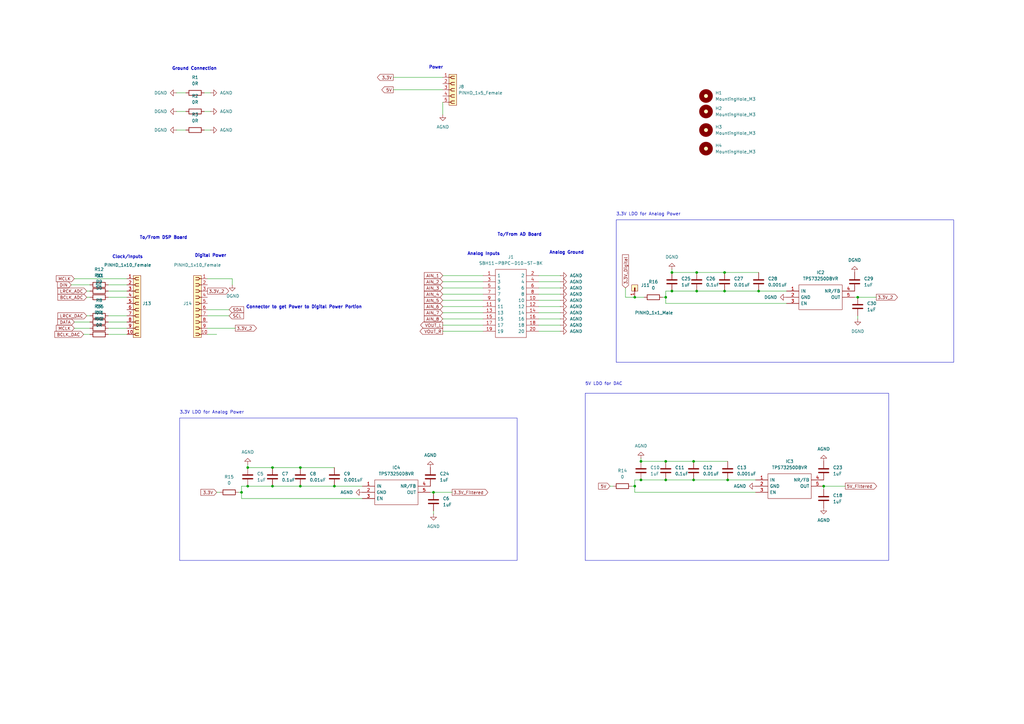
<source format=kicad_sch>
(kicad_sch (version 20231120) (generator "eeschema") (generator_version "8.0")
  (paper "A3")
  (title_block (company "Michael Meyers"))
  (lib_symbols
    (symbol "Device:C" (pin_numbers hide) (pin_names (offset 0.254))
      (property "Reference" "C" (at 0.635 2.54 0))
      (property "Value" "C" (at 0.635 -2.54 0))
      (symbol "C_0_1"
        (polyline (pts (xy -2.032 -0.762) (xy 2.032 -0.762)) (stroke (width 0.508)))
        (polyline (pts (xy -2.032 0.762) (xy 2.032 0.762)) (stroke (width 0.508)))
      )
      (symbol "C_1_1"
        (pin passive line (at 0 3.81 270) (length 2.794) (name "~") (number "1"))
        (pin passive line (at 0 -3.81 90) (length 2.794) (name "~") (number "2"))
      )
    )
    (symbol "Device:R" (pin_numbers hide) (pin_names (offset 0))
      (property "Reference" "R" (at 2.032 0 90))
      (property "Value" "R" (at 0 0 90))
      (symbol "R_0_1"
        (rectangle (start -1.016 -2.54) (end 1.016 2.54) (stroke (width 0.254)))
      )
      (symbol "R_1_1"
        (pin passive line (at 0 3.81 270) (length 1.27) (name "~") (number "1"))
        (pin passive line (at 0 -3.81 90) (length 1.27) (name "~") (number "2"))
      )
    )
    (symbol "PCM_SL_Mechanical:MountingHole_M3"
      (property "Reference" "H" (at 0 7.62 0))
      (property "Value" "MountingHole_M3" (at 0 5.08 0))
      (symbol "MountingHole_M3_0_1"
        (circle (center 0 0) (radius 1.27) (fill (type background)))
        (circle (center 0 0) (radius 1.7961) (stroke (width 2)))
      )
    )
    (symbol "PCM_SL_Pin_Headers:PINHD_1x10_Female"
      (property "Reference" "J" (at 0 17.78 0))
      (property "Value" "PINHD_1x10_Female" (at 0 15.24 0))
      (symbol "PINHD_1x10_Female_0_1"
        (rectangle (start -1.27 12.7) (end 1.905 -12.7) (fill (type background)))
        (arc (start -0.508 -11.43) (mid -0.3592 -11.7892) (end 0 -11.938) (stroke (width 0.25)))
        (arc (start -0.508 -8.89) (mid -0.3592 -9.2492) (end 0 -9.398) (stroke (width 0.25)))
        (arc (start -0.508 -6.35) (mid -0.3592 -6.7092) (end 0 -6.858) (stroke (width 0.25)))
        (arc (start -0.508 -3.81) (mid -0.3592 -4.1692) (end 0 -4.318) (stroke (width 0.25)))
        (arc (start -0.508 -1.27) (mid -0.3592 -1.6292) (end 0 -1.778) (stroke (width 0.25)))
        (arc (start -0.508 1.27) (mid -0.3592 0.9108) (end 0 0.762) (stroke (width 0.25)))
        (arc (start -0.508 3.81) (mid -0.3592 3.4508) (end 0 3.302) (stroke (width 0.25)))
        (arc (start -0.508 6.35) (mid -0.3592 5.9908) (end 0 5.842) (stroke (width 0.25)))
        (arc (start -0.508 8.89) (mid -0.3592 8.5308) (end 0 8.382) (stroke (width 0.25)))
        (arc (start -0.508 11.43) (mid -0.3592 11.0708) (end 0 10.922) (stroke (width 0.25)))
        (arc (start 0 -10.922) (mid -0.3592 -11.0708) (end -0.508 -11.43) (stroke (width 0.25)))
        (arc (start 0 -8.382) (mid -0.3592 -8.5308) (end -0.508 -8.89) (stroke (width 0.25)))
        (arc (start 0 -5.842) (mid -0.3592 -5.9908) (end -0.508 -6.35) (stroke (width 0.25)))
        (arc (start 0 -3.302) (mid -0.3592 -3.4508) (end -0.508 -3.81) (stroke (width 0.25)))
        (arc (start 0 -0.762) (mid -0.3592 -0.9108) (end -0.508 -1.27) (stroke (width 0.25)))
        (polyline (pts (xy -1.27 -11.43) (xy -0.508 -11.43)) (stroke (width 0.25)))
        (polyline (pts (xy -1.27 -8.89) (xy -0.508 -8.89)) (stroke (width 0.25)))
        (polyline (pts (xy -1.27 -6.35) (xy -0.508 -6.35)) (stroke (width 0.25)))
        (polyline (pts (xy -1.27 -3.81) (xy -0.508 -3.81)) (stroke (width 0.25)))
        (polyline (pts (xy -1.27 -1.27) (xy -0.508 -1.27)) (stroke (width 0.25)))
        (polyline (pts (xy -1.27 1.27) (xy -0.508 1.27)) (stroke (width 0.25)))
        (polyline (pts (xy -1.27 3.81) (xy -0.508 3.81)) (stroke (width 0.25)))
        (polyline (pts (xy -1.27 6.35) (xy -0.508 6.35)) (stroke (width 0.25)))
        (polyline (pts (xy -1.27 8.89) (xy -0.508 8.89)) (stroke (width 0.25)))
        (polyline (pts (xy -1.27 11.43) (xy -0.508 11.43)) (stroke (width 0.25)))
        (polyline (pts (xy 0 -11.938) (xy 1.016 -11.938)) (stroke (width 0.25)))
        (polyline (pts (xy 0 -10.922) (xy 1.016 -10.922)) (stroke (width 0.25)))
        (polyline (pts (xy 0 -9.398) (xy 1.016 -9.398)) (stroke (width 0.25)))
        (polyline (pts (xy 0 -8.382) (xy 1.016 -8.382)) (stroke (width 0.25)))
        (polyline (pts (xy 0 -6.858) (xy 1.016 -6.858)) (stroke (width 0.25)))
        (polyline (pts (xy 0 -5.842) (xy 1.016 -5.842)) (stroke (width 0.25)))
        (polyline (pts (xy 0 -4.318) (xy 1.016 -4.318)) (stroke (width 0.25)))
        (polyline (pts (xy 0 -3.302) (xy 1.016 -3.302)) (stroke (width 0.25)))
        (polyline (pts (xy 0 -1.778) (xy 1.016 -1.778)) (stroke (width 0.25)))
        (polyline (pts (xy 0 -0.762) (xy 1.016 -0.762)) (stroke (width 0.25)))
        (polyline (pts (xy 0 0.762) (xy 1.016 0.762)) (stroke (width 0.25)))
        (polyline (pts (xy 0 1.778) (xy 1.016 1.778)) (stroke (width 0.25)))
        (polyline (pts (xy 0 3.302) (xy 1.016 3.302)) (stroke (width 0.25)))
        (polyline (pts (xy 0 4.318) (xy 1.016 4.318)) (stroke (width 0.25)))
        (polyline (pts (xy 0 5.842) (xy 1.016 5.842)) (stroke (width 0.25)))
        (polyline (pts (xy 0 6.858) (xy 1.016 6.858)) (stroke (width 0.25)))
        (polyline (pts (xy 0 8.382) (xy 1.016 8.382)) (stroke (width 0.25)))
        (polyline (pts (xy 0 9.398) (xy 1.016 9.398)) (stroke (width 0.25)))
        (polyline (pts (xy 0 10.922) (xy 1.016 10.922)) (stroke (width 0.25)))
        (polyline (pts (xy 0 11.938) (xy 1.016 11.938)) (stroke (width 0.25)))
        (arc (start 0 1.778) (mid -0.3592 1.6292) (end -0.508 1.27) (stroke (width 0.25)))
        (arc (start 0 4.318) (mid -0.3592 4.1692) (end -0.508 3.81) (stroke (width 0.25)))
        (arc (start 0 6.858) (mid -0.3592 6.7092) (end -0.508 6.35) (stroke (width 0.25)))
        (arc (start 0 9.398) (mid -0.3592 9.2492) (end -0.508 8.89) (stroke (width 0.25)))
        (arc (start 0 11.938) (mid -0.3592 11.7892) (end -0.508 11.43) (stroke (width 0.25)))
      )
      (symbol "PINHD_1x10_Female_1_1"
        (pin passive line (at -3.81 11.43 0) (length 2.54) (name "") (number "1"))
        (pin passive line (at -3.81 -11.43 0) (length 2.54) (name "") (number "10"))
        (pin passive line (at -3.81 8.89 0) (length 2.54) (name "") (number "2"))
        (pin passive line (at -3.81 6.35 0) (length 2.54) (name "") (number "3"))
        (pin passive line (at -3.81 3.81 0) (length 2.54) (name "") (number "4"))
        (pin passive line (at -3.81 1.27 0) (length 2.54) (name "") (number "5"))
        (pin passive line (at -3.81 -1.27 0) (length 2.54) (name "") (number "6"))
        (pin passive line (at -3.81 -3.81 0) (length 2.54) (name "") (number "7"))
        (pin passive line (at -3.81 -6.35 0) (length 2.54) (name "") (number "8"))
        (pin passive line (at -3.81 -8.89 0) (length 2.54) (name "") (number "9"))
      )
    )
    (symbol "PCM_SL_Pin_Headers:PINHD_1x1_Male"
      (property "Reference" "J" (at 0 6.35 0))
      (property "Value" "PINHD_1x1_Male" (at 0 3.81 0))
      (symbol "PINHD_1x1_Male_0_1"
        (rectangle (start -1.27 1.27) (end 1.27 -1.27) (fill (type background)))
        (polyline (pts (xy -1.27 0) (xy 0 0)) (stroke (width 0.3)))
        (polyline (pts (xy -1.27 0) (xy 0 0)) (stroke (width 0.5)))
      )
      (symbol "PINHD_1x1_Male_1_1"
        (pin passive line (at -3.81 0 0) (length 2.54) (name "") (number "1"))
      )
    )
    (symbol "PCM_SL_Pin_Headers:PINHD_1x5_Female"
      (property "Reference" "J" (at 0 11.43 0))
      (property "Value" "PINHD_1x5_Female" (at 0 8.89 0))
      (symbol "PINHD_1x5_Female_0_1"
        (rectangle (start -1.27 6.35) (end 1.905 -6.35) (fill (type background)))
        (arc (start -0.508 -5.08) (mid -0.3592 -5.4392) (end 0 -5.588) (stroke (width 0.25)))
        (arc (start -0.508 -2.54) (mid -0.3592 -2.8992) (end 0 -3.048) (stroke (width 0.25)))
        (arc (start -0.508 0) (mid -0.3592 -0.3592) (end 0 -0.508) (stroke (width 0.25)))
        (arc (start -0.508 2.54) (mid -0.3592 2.1808) (end 0 2.032) (stroke (width 0.25)))
        (arc (start -0.508 5.08) (mid -0.3592 4.7208) (end 0 4.572) (stroke (width 0.25)))
        (arc (start 0 -4.572) (mid -0.3592 -4.7208) (end -0.508 -5.08) (stroke (width 0.25)))
        (arc (start 0 -2.032) (mid -0.3592 -2.1808) (end -0.508 -2.54) (stroke (width 0.25)))
        (polyline (pts (xy -1.27 -5.08) (xy -0.508 -5.08)) (stroke (width 0.25)))
        (polyline (pts (xy -1.27 -2.54) (xy -0.508 -2.54)) (stroke (width 0.25)))
        (polyline (pts (xy -1.27 0) (xy -0.508 0)) (stroke (width 0.25)))
        (polyline (pts (xy -1.27 2.54) (xy -0.508 2.54)) (stroke (width 0.25)))
        (polyline (pts (xy -1.27 5.08) (xy -0.508 5.08)) (stroke (width 0.25)))
        (polyline (pts (xy 0 -5.588) (xy 1.016 -5.588)) (stroke (width 0.25)))
        (polyline (pts (xy 0 -4.572) (xy 1.016 -4.572)) (stroke (width 0.25)))
        (polyline (pts (xy 0 -3.048) (xy 1.016 -3.048)) (stroke (width 0.25)))
        (polyline (pts (xy 0 -2.032) (xy 1.016 -2.032)) (stroke (width 0.25)))
        (polyline (pts (xy 0 -0.508) (xy 1.016 -0.508)) (stroke (width 0.25)))
        (polyline (pts (xy 0 0.508) (xy 1.016 0.508)) (stroke (width 0.25)))
        (polyline (pts (xy 0 2.032) (xy 1.016 2.032)) (stroke (width 0.25)))
        (polyline (pts (xy 0 3.048) (xy 1.016 3.048)) (stroke (width 0.25)))
        (polyline (pts (xy 0 4.572) (xy 1.016 4.572)) (stroke (width 0.25)))
        (polyline (pts (xy 0 5.588) (xy 1.016 5.588)) (stroke (width 0.25)))
        (arc (start 0 0.508) (mid -0.3592 0.3592) (end -0.508 0) (stroke (width 0.25)))
        (arc (start 0 3.048) (mid -0.3592 2.8992) (end -0.508 2.54) (stroke (width 0.25)))
        (arc (start 0 5.588) (mid -0.3592 5.4392) (end -0.508 5.08) (stroke (width 0.25)))
      )
      (symbol "PINHD_1x5_Female_1_1"
        (pin passive line (at -3.81 5.08 0) (length 2.54) (name "") (number "1"))
        (pin passive line (at -3.81 2.54 0) (length 2.54) (name "") (number "2"))
        (pin passive line (at -3.81 0 0) (length 2.54) (name "") (number "3"))
        (pin passive line (at -3.81 -2.54 0) (length 2.54) (name "") (number "4"))
        (pin passive line (at -3.81 -5.08 0) (length 2.54) (name "") (number "5"))
      )
    )
    (symbol "SamacSys_Parts:SBH11-PBPC-D10-ST-BK" (pin_names (offset 0.762))
      (property "Reference" "J" (at 19.05 7.62 0))
      (property "Value" "SBH11-PBPC-D10-ST-BK" (at 19.05 5.08 0))
      (symbol "SBH11-PBPC-D10-ST-BK_0_0"
        (pin passive line (at 0 0 0) (length 5.08) (name "1") (number "1"))
        (pin passive line (at 22.86 -10.16 180) (length 5.08) (name "10") (number "10"))
        (pin passive line (at 0 -12.7 0) (length 5.08) (name "11") (number "11"))
        (pin passive line (at 22.86 -12.7 180) (length 5.08) (name "12") (number "12"))
        (pin passive line (at 0 -15.24 0) (length 5.08) (name "13") (number "13"))
        (pin passive line (at 22.86 -15.24 180) (length 5.08) (name "14") (number "14"))
        (pin passive line (at 0 -17.78 0) (length 5.08) (name "15") (number "15"))
        (pin passive line (at 22.86 -17.78 180) (length 5.08) (name "16") (number "16"))
        (pin passive line (at 0 -20.32 0) (length 5.08) (name "17") (number "17"))
        (pin passive line (at 22.86 -20.32 180) (length 5.08) (name "18") (number "18"))
        (pin passive line (at 0 -22.86 0) (length 5.08) (name "19") (number "19"))
        (pin passive line (at 22.86 0 180) (length 5.08) (name "2") (number "2"))
        (pin passive line (at 22.86 -22.86 180) (length 5.08) (name "20") (number "20"))
        (pin passive line (at 0 -2.54 0) (length 5.08) (name "3") (number "3"))
        (pin passive line (at 22.86 -2.54 180) (length 5.08) (name "4") (number "4"))
        (pin passive line (at 0 -5.08 0) (length 5.08) (name "5") (number "5"))
        (pin passive line (at 22.86 -5.08 180) (length 5.08) (name "6") (number "6"))
        (pin passive line (at 0 -7.62 0) (length 5.08) (name "7") (number "7"))
        (pin passive line (at 22.86 -7.62 180) (length 5.08) (name "8") (number "8"))
        (pin passive line (at 0 -10.16 0) (length 5.08) (name "9") (number "9"))
      )
      (symbol "SBH11-PBPC-D10-ST-BK_0_1"
        (polyline (pts (xy 5.08 2.54) (xy 17.78 2.54) (xy 17.78 -25.4) (xy 5.08 -25.4) (xy 5.08 2.54)) (stroke (width 0.1524)))
      )
    )
    (symbol "SamacSys_Parts:TPS73250DBVR" (pin_names (offset 0.762))
      (property "Reference" "IC" (at 24.13 7.62 0))
      (property "Value" "TPS73250DBVR" (at 24.13 5.08 0))
      (symbol "TPS73250DBVR_0_0"
        (pin passive line (at 0 0 0) (length 5.08) (name "IN") (number "1"))
        (pin passive line (at 0 -2.54 0) (length 5.08) (name "GND") (number "2"))
        (pin passive line (at 0 -5.08 0) (length 5.08) (name "EN") (number "3"))
        (pin passive line (at 27.94 0 180) (length 5.08) (name "NR/FB") (number "4"))
        (pin passive line (at 27.94 -2.54 180) (length 5.08) (name "OUT") (number "5"))
      )
      (symbol "TPS73250DBVR_0_1"
        (polyline (pts (xy 5.08 2.54) (xy 22.86 2.54) (xy 22.86 -7.62) (xy 5.08 -7.62) (xy 5.08 2.54)) (stroke (width 0.1524)))
      )
    )
    (symbol "power:GND" (power) (pin_numbers hide) (pin_names (offset 0) hide)
      (property "Value" "GND" (at 0 -3.81 0))
      (symbol "GND_0_1"
        (polyline (pts (xy 0 0) (xy 0 -1.27) (xy 1.27 -1.27) (xy 0 -2.54) (xy -1.27 -1.27) (xy 0 -1.27)))
      )
      (symbol "GND_1_1"
        (pin power_in line (at 0 0 270) (length 0) (name "~") (number "1"))
      )
    )
  )
  (junction (at 123.19 199.39))
  (junction (at 262.89 196.85))
  (junction (at 99.06 201.93))
  (junction (at 260.35 199.39))
  (junction (at 297.18 111.76))
  (junction (at 111.76 199.39))
  (junction (at 297.18 119.38))
  (junction (at 285.75 111.76))
  (junction (at 311.15 119.38))
  (junction (at 262.89 189.23))
  (junction (at 351.79 121.92))
  (junction (at 285.75 119.38))
  (junction (at 284.48 196.85))
  (junction (at 275.59 111.76))
  (junction (at 101.6 199.39))
  (junction (at 337.82 199.39))
  (junction (at 111.76 191.77))
  (junction (at 260.35 121.92))
  (junction (at 284.48 189.23))
  (junction (at 123.19 191.77))
  (junction (at 273.05 189.23))
  (junction (at 177.8 201.93))
  (junction (at 101.6 191.77))
  (junction (at 273.05 121.92))
  (junction (at 137.16 199.39))
  (junction (at 298.45 196.85))
  (junction (at 273.05 196.85))
  (junction (at 275.59 119.38))
  (wire (pts (xy 44.45 129.54) (xy 52.07 129.54)))
  (wire (pts (xy 285.75 111.76) (xy 297.18 111.76)))
  (wire (pts (xy 99.06 201.93) (xy 99.06 199.39)))
  (wire (pts (xy 137.16 199.39) (xy 148.59 199.39)))
  (wire (pts (xy 99.06 199.39) (xy 101.6 199.39)))
  (wire (pts (xy 220.98 128.27) (xy 229.87 128.27)))
  (wire (pts (xy 220.98 113.03) (xy 229.87 113.03)))
  (wire (pts (xy 83.82 45.72) (xy 86.36 45.72)))
  (wire (pts (xy 29.21 116.84) (xy 36.83 116.84)))
  (wire (pts (xy 220.98 135.89) (xy 229.87 135.89)))
  (wire (pts (xy 181.61 128.27) (xy 198.12 128.27)))
  (wire (pts (xy 111.76 199.39) (xy 123.19 199.39)))
  (wire (pts (xy 220.98 125.73) (xy 229.87 125.73)))
  (wire (pts (xy 177.8 201.93) (xy 185.42 201.93)))
  (wire (pts (xy 220.98 120.65) (xy 229.87 120.65)))
  (wire (pts (xy 85.09 129.54) (xy 93.98 129.54)))
  (wire (pts (xy 260.35 199.39) (xy 260.35 196.85)))
  (wire (pts (xy 181.61 41.91) (xy 181.61 46.99)))
  (wire (pts (xy 275.59 111.76) (xy 285.75 111.76)))
  (wire (pts (xy 273.05 119.38) (xy 275.59 119.38)))
  (wire (pts (xy 96.52 134.62) (xy 85.09 134.62)))
  (wire (pts (xy 309.88 201.93) (xy 260.35 201.93)))
  (wire (pts (xy 260.35 196.85) (xy 262.89 196.85)))
  (wire (pts (xy 256.54 121.92) (xy 260.35 121.92)))
  (wire (pts (xy 101.6 190.5) (xy 101.6 191.77)))
  (wire (pts (xy 83.82 38.1) (xy 86.36 38.1)))
  (wire (pts (xy 322.58 124.46) (xy 273.05 124.46)))
  (wire (pts (xy 35.56 119.38) (xy 36.83 119.38)))
  (wire (pts (xy 220.98 115.57) (xy 229.87 115.57)))
  (wire (pts (xy 273.05 196.85) (xy 284.48 196.85)))
  (wire (pts (xy 350.52 121.92) (xy 351.79 121.92)))
  (wire (pts (xy 297.18 119.38) (xy 311.15 119.38)))
  (wire (pts (xy 101.6 199.39) (xy 111.76 199.39)))
  (wire (pts (xy 220.98 118.11) (xy 229.87 118.11)))
  (wire (pts (xy 30.48 114.3) (xy 52.07 114.3)))
  (wire (pts (xy 99.06 204.47) (xy 99.06 201.93)))
  (wire (pts (xy 34.29 137.16) (xy 36.83 137.16)))
  (wire (pts (xy 181.61 113.03) (xy 198.12 113.03)))
  (wire (pts (xy 88.9 201.93) (xy 90.17 201.93)))
  (wire (pts (xy 181.61 135.89) (xy 198.12 135.89)))
  (wire (pts (xy 273.05 121.92) (xy 273.05 119.38)))
  (wire (pts (xy 260.35 201.93) (xy 260.35 199.39)))
  (wire (pts (xy 284.48 189.23) (xy 298.45 189.23)))
  (wire (pts (xy 259.08 199.39) (xy 260.35 199.39)))
  (wire (pts (xy 101.6 191.77) (xy 111.76 191.77)))
  (wire (pts (xy 351.79 130.81) (xy 351.79 129.54)))
  (wire (pts (xy 111.76 191.77) (xy 123.19 191.77)))
  (wire (pts (xy 44.45 121.92) (xy 52.07 121.92)))
  (wire (pts (xy 72.39 38.1) (xy 76.2 38.1)))
  (wire (pts (xy 181.61 133.35) (xy 198.12 133.35)))
  (wire (pts (xy 311.15 119.38) (xy 322.58 119.38)))
  (wire (pts (xy 262.89 187.96) (xy 262.89 189.23)))
  (wire (pts (xy 220.98 123.19) (xy 229.87 123.19)))
  (wire (pts (xy 85.09 127) (xy 93.98 127)))
  (wire (pts (xy 181.61 123.19) (xy 198.12 123.19)))
  (wire (pts (xy 95.25 116.84) (xy 95.25 114.3)))
  (wire (pts (xy 161.29 36.83) (xy 181.61 36.83)))
  (wire (pts (xy 176.53 201.93) (xy 177.8 201.93)))
  (wire (pts (xy 181.61 118.11) (xy 198.12 118.11)))
  (wire (pts (xy 97.79 201.93) (xy 99.06 201.93)))
  (wire (pts (xy 35.56 129.54) (xy 36.83 129.54)))
  (wire (pts (xy 273.05 189.23) (xy 284.48 189.23)))
  (wire (pts (xy 181.61 125.73) (xy 198.12 125.73)))
  (wire (pts (xy 220.98 130.81) (xy 229.87 130.81)))
  (wire (pts (xy 285.75 119.38) (xy 297.18 119.38)))
  (wire (pts (xy 260.35 121.92) (xy 264.16 121.92)))
  (wire (pts (xy 123.19 191.77) (xy 137.16 191.77)))
  (wire (pts (xy 95.25 114.3) (xy 85.09 114.3)))
  (wire (pts (xy 181.61 115.57) (xy 198.12 115.57)))
  (wire (pts (xy 181.61 120.65) (xy 198.12 120.65)))
  (wire (pts (xy 83.82 53.34) (xy 86.36 53.34)))
  (wire (pts (xy 256.54 118.11) (xy 256.54 121.92)))
  (wire (pts (xy 337.82 199.39) (xy 346.71 199.39)))
  (wire (pts (xy 284.48 196.85) (xy 298.45 196.85)))
  (wire (pts (xy 297.18 111.76) (xy 311.15 111.76)))
  (wire (pts (xy 85.09 137.16) (xy 88.9 137.16)))
  (wire (pts (xy 30.48 132.08) (xy 36.83 132.08)))
  (wire (pts (xy 44.45 132.08) (xy 52.07 132.08)))
  (wire (pts (xy 44.45 137.16) (xy 52.07 137.16)))
  (wire (pts (xy 44.45 119.38) (xy 52.07 119.38)))
  (wire (pts (xy 123.19 199.39) (xy 137.16 199.39)))
  (wire (pts (xy 273.05 124.46) (xy 273.05 121.92)))
  (wire (pts (xy 44.45 116.84) (xy 52.07 116.84)))
  (wire (pts (xy 177.8 210.82) (xy 177.8 209.55)))
  (wire (pts (xy 44.45 134.62) (xy 52.07 134.62)))
  (wire (pts (xy 337.82 200.66) (xy 337.82 199.39)))
  (wire (pts (xy 298.45 196.85) (xy 309.88 196.85)))
  (wire (pts (xy 262.89 189.23) (xy 273.05 189.23)))
  (wire (pts (xy 250.19 199.39) (xy 251.46 199.39)))
  (wire (pts (xy 72.39 45.72) (xy 76.2 45.72)))
  (wire (pts (xy 275.59 119.38) (xy 285.75 119.38)))
  (wire (pts (xy 181.61 130.81) (xy 198.12 130.81)))
  (wire (pts (xy 30.48 134.62) (xy 36.83 134.62)))
  (wire (pts (xy 351.79 121.92) (xy 359.41 121.92)))
  (wire (pts (xy 148.59 204.47) (xy 99.06 204.47)))
  (wire (pts (xy 220.98 133.35) (xy 229.87 133.35)))
  (wire (pts (xy 275.59 110.49) (xy 275.59 111.76)))
  (wire (pts (xy 271.78 121.92) (xy 273.05 121.92)))
  (wire (pts (xy 72.39 53.34) (xy 76.2 53.34)))
  (wire (pts (xy 161.29 31.75) (xy 181.61 31.75)))
  (wire (pts (xy 262.89 196.85) (xy 273.05 196.85)))
  (wire (pts (xy 35.56 121.92) (xy 36.83 121.92)))
  (rectangle (start 240.03 161.29) (end 364.49 229.87))
  (rectangle (start 73.66 171.45) (end 212.09 229.87))
  (rectangle (start 252.73 90.17) (end 391.16 148.59))
  (text "5V LDO for DAC" (at 247.65 157.48 0) (effects (font (size 1.27 1.27))))
  (text "3.3V LDO for Analog Power" (at 86.868 169.164 0) (effects (font (size 1.27 1.27))))
  (text "Analog Ground" (at 232.41 103.632 0) (effects (font (size 1.27 1.27) (thickness 0.254) (bold yes))))
  (text "Analog Inputs" (at 198.374 104.14 0) (effects (font (size 1.27 1.27) (thickness 0.254) (bold yes))))
  (text "To/From DSP Board" (at 67.056 97.536 0) (effects (font (size 1.27 1.27) (thickness 0.254) (bold yes))))
  (text "Connector to get Power to Digital Power Portion" (at 124.714 125.984 0) (effects (font (size 1.27 1.27) (thickness 0.254) (bold yes))))
  (text "Clock/Inputs" (at 52.324 105.41 0) (effects (font (size 1.27 1.27) (thickness 0.254) (bold yes))))
  (text "To/From AD Board" (at 213.106 96.266 0) (effects (font (size 1.27 1.27) (thickness 0.254) (bold yes))))
  (text "3.3V LDO for Analog Power" (at 265.938 87.884 0) (effects (font (size 1.27 1.27))))
  (text "Ground Connection" (at 79.756 28.194 0) (effects (font (size 1.27 1.27) (thickness 0.254) (bold yes))))
  (text "Digital Power" (at 86.36 104.902 0) (effects (font (size 1.27 1.27) (thickness 0.254) (bold yes))))
  (text "Power" (at 178.816 27.686 0) (effects (font (size 1.27 1.27) (thickness 0.254) (bold yes))))
  (global_label "MCLK" (shape input) (at 30.48 134.62 180) (property "Intersheetrefs" "${INTERSHEET_REFS}" (effects (hide yes))))
  (global_label "MCLK" (shape input) (at 30.48 114.3 180) (property "Intersheetrefs" "${INTERSHEET_REFS}" (effects (hide yes))))
  (global_label "SDA" (shape input) (at 93.98 127 0) (property "Intersheetrefs" "${INTERSHEET_REFS}" (effects (hide yes))))
  (global_label "DATA" (shape input) (at 30.48 132.08 180) (property "Intersheetrefs" "${INTERSHEET_REFS}" (effects (hide yes))))
  (global_label "AIN_6" (shape input) (at 181.61 125.73 180) (property "Intersheetrefs" "${INTERSHEET_REFS}" (effects (hide yes))))
  (global_label "AIN_2" (shape input) (at 181.61 115.57 180) (property "Intersheetrefs" "${INTERSHEET_REFS}" (effects (hide yes))))
  (global_label "AIN_7" (shape input) (at 181.61 128.27 180) (property "Intersheetrefs" "${INTERSHEET_REFS}" (effects (hide yes))))
  (global_label "LRCK_DAC" (shape input) (at 35.56 129.54 180) (property "Intersheetrefs" "${INTERSHEET_REFS}" (effects (hide yes))))
  (global_label "3.3V_2" (shape output) (at 359.41 121.92 0) (property "Intersheetrefs" "${INTERSHEET_REFS}" (effects (hide yes))))
  (global_label "AIN_8" (shape input) (at 181.61 130.81 180) (property "Intersheetrefs" "${INTERSHEET_REFS}" (effects (hide yes))))
  (global_label "BCLK_DAC" (shape input) (at 34.29 137.16 180) (property "Intersheetrefs" "${INTERSHEET_REFS}" (effects (hide yes))))
  (global_label "AIN_5" (shape input) (at 181.61 123.19 180) (property "Intersheetrefs" "${INTERSHEET_REFS}" (effects (hide yes))))
  (global_label "LRCK_ADC" (shape input) (at 35.56 119.38 180) (property "Intersheetrefs" "${INTERSHEET_REFS}" (effects (hide yes))))
  (global_label "5V_Filtered" (shape output) (at 346.71 199.39 0) (property "Intersheetrefs" "${INTERSHEET_REFS}" (effects (hide yes))))
  (global_label "3.3V_2" (shape output) (at 96.52 134.62 0) (property "Intersheetrefs" "${INTERSHEET_REFS}" (effects (hide yes))))
  (global_label "3.3V_Filtered" (shape output) (at 185.42 201.93 0) (property "Intersheetrefs" "${INTERSHEET_REFS}" (effects (hide yes))))
  (global_label "DIN" (shape input) (at 29.21 116.84 180) (property "Intersheetrefs" "${INTERSHEET_REFS}" (effects (hide yes))))
  (global_label "5V" (shape input) (at 250.19 199.39 180) (property "Intersheetrefs" "${INTERSHEET_REFS}" (effects (hide yes))))
  (global_label "3.3V_Digital" (shape input) (at 256.54 118.11 90) (property "Intersheetrefs" "${INTERSHEET_REFS}" (effects (hide yes))))
  (global_label "BCLK_ADC" (shape input) (at 35.56 121.92 180) (property "Intersheetrefs" "${INTERSHEET_REFS}" (effects (hide yes))))
  (global_label "SCL" (shape input) (at 93.98 129.54 0) (property "Intersheetrefs" "${INTERSHEET_REFS}" (effects (hide yes))))
  (global_label "AIN_3" (shape input) (at 181.61 118.11 180) (property "Intersheetrefs" "${INTERSHEET_REFS}" (effects (hide yes))))
  (global_label "AIN_4" (shape input) (at 181.61 120.65 180) (property "Intersheetrefs" "${INTERSHEET_REFS}" (effects (hide yes))))
  (global_label "3.3V_2" (shape output) (at 85.09 119.38 0) (property "Intersheetrefs" "${INTERSHEET_REFS}" (effects (hide yes))))
  (global_label "3.3V" (shape input) (at 88.9 201.93 180) (property "Intersheetrefs" "${INTERSHEET_REFS}" (effects (hide yes))))
  (global_label "VOUT_R" (shape output) (at 181.61 135.89 180) (property "Intersheetrefs" "${INTERSHEET_REFS}" (effects (hide yes))))
  (global_label "VOUT_L" (shape output) (at 181.61 133.35 180) (property "Intersheetrefs" "${INTERSHEET_REFS}" (effects (hide yes))))
  (global_label "3.3V" (shape output) (at 161.29 31.75 180) (property "Intersheetrefs" "${INTERSHEET_REFS}" (effects (hide yes))))
  (global_label "AIN_1" (shape input) (at 181.61 113.03 180) (property "Intersheetrefs" "${INTERSHEET_REFS}" (effects (hide yes))))
  (global_label "5V" (shape output) (at 161.29 36.83 180) (property "Intersheetrefs" "${INTERSHEET_REFS}" (effects (hide yes))))
  (symbol (lib_id "power:GND") (at 86.36 45.72 90) (unit 1)
    (property "Reference" "#PWR099" (effects (hide yes)))
    (property "Value" "AGND" (at 90.17 45.7199 90) (effects (justify right)))
    (property "Description" "Power symbol creates a global label with name \"GND\" , ground" (effects (hide yes)))
  )
  (symbol (lib_id "Device:R") (at 40.64 134.62 90) (unit 1)
    (property "Reference" "R41" (at 40.64 128.27 90))
    (property "Value" "50" (at 40.64 130.81 90))
    (property "Footprint" "Resistor_SMD:R_0805_2012Metric_Pad1.20x1.40mm_HandSolder" (effects (hide yes)))
    (property "Description" "Resistor" (effects (hide yes)))
  )
  (symbol (lib_id "power:GND") (at 72.39 45.72 270) (unit 1)
    (property "Reference" "#PWR064" (effects (hide yes)))
    (property "Value" "DGND" (at 68.58 45.7199 90) (effects (justify right)))
    (property "Description" "Power symbol creates a global label with name \"GND\" , ground" (effects (hide yes)))
  )
  (symbol (lib_id "PCM_SL_Pin_Headers:PINHD_1x10_Female") (at 81.28 125.73 0) (mirror y) (unit 1)
    (property "Reference" "J14" (at 78.74 124.4599 0) (effects (justify left)))
    (property "Value" "PINHD_1x10_Female" (at 90.678 108.712 0) (effects (justify left)))
    (property "Footprint" "Connector_PinSocket_2.54mm:PinSocket_1x10_P2.54mm_Vertical" (effects (hide yes)))
    (property "Description" "Pin Header female with pin space 2.54mm. Pin Count - 10" (effects (hide yes)))
  )
  (symbol (lib_id "Device:R") (at 80.01 53.34 90) (unit 1)
    (property "Reference" "R3" (at 80.01 46.99 90))
    (property "Value" "0R" (at 80.01 49.53 90))
    (property "Footprint" "Resistor_SMD:R_0805_2012Metric_Pad1.20x1.40mm_HandSolder" (effects (hide yes)))
    (property "Description" "Resistor" (effects (hide yes)))
  )
  (symbol (lib_id "power:GND") (at 351.79 130.81 0) (unit 1)
    (property "Reference" "#PWR023" (effects (hide yes)))
    (property "Value" "DGND" (at 351.79 135.89 0))
    (property "Description" "Power symbol creates a global label with name \"GND\" , ground" (effects (hide yes)))
  )
  (symbol (lib_id "Device:R") (at 267.97 121.92 270) (unit 1)
    (property "Reference" "R16" (at 267.97 115.57 90))
    (property "Value" "0" (at 267.97 118.11 90))
    (property "Footprint" "Resistor_SMD:R_0805_2012Metric" (effects (hide yes)))
    (property "Description" "Resistor" (effects (hide yes)))
  )
  (symbol (lib_id "Device:C") (at 177.8 205.74 0) (unit 1)
    (property "Reference" "C6" (at 181.61 204.4699 0) (effects (justify left)))
    (property "Value" "1uF" (at 181.61 207.0099 0) (effects (justify left)))
    (property "Footprint" "Capacitor_SMD:C_0402_1005Metric" (effects (hide yes)))
    (property "Description" "Unpolarized capacitor" (effects (hide yes)))
  )
  (symbol (lib_id "Device:R") (at 40.64 116.84 90) (unit 1)
    (property "Reference" "R12" (at 40.64 110.49 90))
    (property "Value" "50" (at 40.64 113.03 90))
    (property "Footprint" "Resistor_SMD:R_0805_2012Metric_Pad1.20x1.40mm_HandSolder" (effects (hide yes)))
    (property "Description" "Resistor" (effects (hide yes)))
  )
  (symbol (lib_id "Device:R") (at 255.27 199.39 270) (unit 1)
    (property "Reference" "R14" (at 255.27 193.04 90))
    (property "Value" "0" (at 255.27 195.58 90))
    (property "Footprint" "Resistor_SMD:R_0805_2012Metric" (effects (hide yes)))
    (property "Description" "Resistor" (effects (hide yes)))
  )
  (symbol (lib_id "Device:C") (at 275.59 115.57 0) (unit 1)
    (property "Reference" "C25" (at 279.4 114.2999 0) (effects (justify left)))
    (property "Value" "1uF" (at 279.4 116.8399 0) (effects (justify left)))
    (property "Footprint" "Capacitor_SMD:C_0402_1005Metric" (effects (hide yes)))
    (property "Description" "Unpolarized capacitor" (effects (hide yes)))
  )
  (symbol (lib_id "Device:C") (at 297.18 115.57 0) (unit 1)
    (property "Reference" "C27" (at 300.99 114.2999 0) (effects (justify left)))
    (property "Value" "0.01uF" (at 300.99 116.8399 0) (effects (justify left)))
    (property "Footprint" "Capacitor_SMD:C_0402_1005Metric" (effects (hide yes)))
    (property "Description" "Unpolarized capacitor" (effects (hide yes)))
  )
  (symbol (lib_id "PCM_SL_Mechanical:MountingHole_M3") (at 289.56 53.34 0) (unit 1)
    (property "Reference" "H3" (at 293.37 52.0699 0) (effects (justify left)))
    (property "Value" "MountingHole_M3" (at 293.37 54.6099 0) (effects (justify left)))
    (property "Footprint" "MountingHole:MountingHole_3.2mm_M3" (effects (hide yes)))
    (property "Description" "3.2mm Diameter Mounting Hole (M3)" (effects (hide yes)))
  )
  (symbol (lib_id "power:GND") (at 229.87 125.73 90) (unit 1)
    (property "Reference" "#PWR07" (effects (hide yes)))
    (property "Value" "AGND" (at 233.68 125.7299 90) (effects (justify right)))
    (property "Description" "Power symbol creates a global label with name \"GND\" , ground" (effects (hide yes)))
  )
  (symbol (lib_id "Device:C") (at 137.16 195.58 0) (unit 1)
    (property "Reference" "C9" (at 140.97 194.3099 0) (effects (justify left)))
    (property "Value" "0.001uF" (at 140.97 196.8499 0) (effects (justify left)))
    (property "Footprint" "Capacitor_SMD:C_0402_1005Metric" (effects (hide yes)))
    (property "Description" "Unpolarized capacitor" (effects (hide yes)))
  )
  (symbol (lib_id "power:GND") (at 309.88 199.39 270) (unit 1)
    (property "Reference" "#PWR016" (effects (hide yes)))
    (property "Value" "AGND" (at 306.07 199.3899 90) (effects (justify right)))
    (property "Description" "Power symbol creates a global label with name \"GND\" , ground" (effects (hide yes)))
  )
  (symbol (lib_id "SamacSys_Parts:TPS73250DBVR") (at 148.59 199.39 0) (unit 1)
    (property "Reference" "IC4" (at 162.56 191.77 0))
    (property "Value" "TPS73250DBVR" (at 162.56 194.31 0))
    (property "Footprint" "SOT95P280X145-5N" (effects (hide yes)))
    (property "Datasheet" "http://www.ti.com/lit/gpn/TPS732" (effects (hide yes)))
    (property "Description" "Texas Instruments TPS73250DBVR, LDO Voltage Regulator, 0.25A, 5 V +/-0.5%, 1.7  5.5 Vin, 5-Pin SOT-23" (effects (hide yes)))
    (property "Description_1" "Texas Instruments TPS73250DBVR, LDO Voltage Regulator, 0.25A, 5 V +/-0.5%, 1.7  5.5 Vin, 5-Pin SOT-23" (effects (hide yes)))
    (property "Height" "1.45" (effects (hide yes)))
    (property "Manufacturer_Name" "Texas Instruments" (effects (hide yes)))
    (property "Manufacturer_Part_Number" "TPS73250DBVR" (effects (hide yes)))
    (property "Mouser Part Number" "595-TPS73250DBVR" (effects (hide yes)))
    (property "Mouser Price/Stock" "https://www.mouser.co.uk/ProductDetail/Texas-Instruments/TPS73250DBVR?qs=6zVL%252ByCp0mrpqKQrx8EttQ%3D%3D" (effects (hide yes)))
    (property "Arrow Part Number" "TPS73250DBVR" (effects (hide yes)))
    (property "Arrow Price/Stock" "https://www.arrow.com/en/products/tps73250dbvr/texas-instruments?region=nac" (effects (hide yes)))
  )
  (symbol (lib_id "Device:C") (at 350.52 115.57 0) (unit 1)
    (property "Reference" "C29" (at 354.33 114.2999 0) (effects (justify left)))
    (property "Value" "1uF" (at 354.33 116.8399 0) (effects (justify left)))
    (property "Footprint" "Capacitor_SMD:C_0402_1005Metric" (effects (hide yes)))
    (property "Description" "Unpolarized capacitor" (effects (hide yes)))
  )
  (symbol (lib_id "power:GND") (at 262.89 187.96 180) (unit 1)
    (property "Reference" "#PWR015" (effects (hide yes)))
    (property "Value" "AGND" (at 262.89 182.88 0))
    (property "Description" "Power symbol creates a global label with name \"GND\" , ground" (effects (hide yes)))
  )
  (symbol (lib_id "Device:R") (at 93.98 201.93 270) (unit 1)
    (property "Reference" "R15" (at 93.98 195.58 90))
    (property "Value" "0" (at 93.98 198.12 90))
    (property "Footprint" "Resistor_SMD:R_0805_2012Metric" (effects (hide yes)))
    (property "Description" "Resistor" (effects (hide yes)))
  )
  (symbol (lib_id "power:GND") (at 229.87 113.03 90) (unit 1)
    (property "Reference" "#PWR02" (effects (hide yes)))
    (property "Value" "AGND" (at 233.68 113.0299 90) (effects (justify right)))
    (property "Description" "Power symbol creates a global label with name \"GND\" , ground" (effects (hide yes)))
  )
  (symbol (lib_id "power:GND") (at 229.87 135.89 90) (unit 1)
    (property "Reference" "#PWR011" (effects (hide yes)))
    (property "Value" "AGND" (at 233.68 135.8899 90) (effects (justify right)))
    (property "Description" "Power symbol creates a global label with name \"GND\" , ground" (effects (hide yes)))
  )
  (symbol (lib_id "power:GND") (at 72.39 38.1 270) (unit 1)
    (property "Reference" "#PWR091" (effects (hide yes)))
    (property "Value" "DGND" (at 68.58 38.0999 90) (effects (justify right)))
    (property "Description" "Power symbol creates a global label with name \"GND\" , ground" (effects (hide yes)))
  )
  (symbol (lib_id "Device:C") (at 337.82 193.04 0) (unit 1)
    (property "Reference" "C23" (at 341.63 191.7699 0) (effects (justify left)))
    (property "Value" "1uF" (at 341.63 194.3099 0) (effects (justify left)))
    (property "Footprint" "Capacitor_SMD:C_0402_1005Metric" (effects (hide yes)))
    (property "Description" "Unpolarized capacitor" (effects (hide yes)))
  )
  (symbol (lib_id "power:GND") (at 275.59 110.49 180) (unit 1)
    (property "Reference" "#PWR020" (effects (hide yes)))
    (property "Value" "DGND" (at 275.59 105.41 0))
    (property "Description" "Power symbol creates a global label with name \"GND\" , ground" (effects (hide yes)))
  )
  (symbol (lib_id "Device:R") (at 40.64 129.54 90) (unit 1)
    (property "Reference" "R8" (at 40.64 123.19 90))
    (property "Value" "0R" (at 40.64 125.73 90))
    (property "Footprint" "Resistor_SMD:R_0805_2012Metric_Pad1.20x1.40mm_HandSolder" (effects (hide yes)))
    (property "Description" "Resistor" (effects (hide yes)))
  )
  (symbol (lib_id "power:GND") (at 229.87 118.11 90) (unit 1)
    (property "Reference" "#PWR04" (effects (hide yes)))
    (property "Value" "AGND" (at 233.68 118.1099 90) (effects (justify right)))
    (property "Description" "Power symbol creates a global label with name \"GND\" , ground" (effects (hide yes)))
  )
  (symbol (lib_id "power:GND") (at 350.52 111.76 180) (unit 1)
    (property "Reference" "#PWR022" (effects (hide yes)))
    (property "Value" "DGND" (at 350.52 106.68 0))
    (property "Description" "Power symbol creates a global label with name \"GND\" , ground" (effects (hide yes)))
  )
  (symbol (lib_id "PCM_SL_Pin_Headers:PINHD_1x5_Female") (at 185.42 36.83 0) (unit 1)
    (property "Reference" "J8" (at 187.96 35.5599 0) (effects (justify left)))
    (property "Value" "PINHD_1x5_Female" (at 187.96 38.0999 0) (effects (justify left)))
    (property "Footprint" "Connector_PinSocket_2.54mm:PinSocket_1x05_P2.54mm_Vertical" (effects (hide yes)))
    (property "Description" "Pin Header female with pin space 2.54mm. Pin Count -5" (effects (hide yes)))
  )
  (symbol (lib_id "Device:R") (at 80.01 45.72 90) (unit 1)
    (property "Reference" "R2" (at 80.01 39.37 90))
    (property "Value" "0R" (at 80.01 41.91 90))
    (property "Footprint" "Resistor_SMD:R_0805_2012Metric_Pad1.20x1.40mm_HandSolder" (effects (hide yes)))
    (property "Description" "Resistor" (effects (hide yes)))
  )
  (symbol (lib_id "Device:C") (at 176.53 195.58 0) (unit 1)
    (property "Reference" "C24" (at 180.34 194.3099 0) (effects (justify left)))
    (property "Value" "1uF" (at 180.34 196.8499 0) (effects (justify left)))
    (property "Footprint" "Capacitor_SMD:C_0402_1005Metric" (effects (hide yes)))
    (property "Description" "Unpolarized capacitor" (effects (hide yes)))
  )
  (symbol (lib_id "Device:R") (at 40.64 132.08 90) (unit 1)
    (property "Reference" "R36" (at 40.64 125.73 90))
    (property "Value" "0R" (at 40.64 128.27 90))
    (property "Footprint" "Resistor_SMD:R_0805_2012Metric_Pad1.20x1.40mm_HandSolder" (effects (hide yes)))
    (property "Description" "Resistor" (effects (hide yes)))
  )
  (symbol (lib_id "power:GND") (at 322.58 121.92 270) (unit 1)
    (property "Reference" "#PWR021" (effects (hide yes)))
    (property "Value" "DGND" (at 318.77 121.9199 90) (effects (justify right)))
    (property "Description" "Power symbol creates a global label with name \"GND\" , ground" (effects (hide yes)))
  )
  (symbol (lib_id "power:GND") (at 148.59 201.93 270) (unit 1)
    (property "Reference" "#PWR013" (effects (hide yes)))
    (property "Value" "AGND" (at 144.78 201.9299 90) (effects (justify right)))
    (property "Description" "Power symbol creates a global label with name \"GND\" , ground" (effects (hide yes)))
  )
  (symbol (lib_id "PCM_SL_Pin_Headers:PINHD_1x1_Male") (at 260.35 118.11 90) (unit 1)
    (property "Reference" "J11" (at 262.89 116.9649 90) (effects (justify right)))
    (property "Value" "PINHD_1x1_Male" (at 260.35 128.27 90) (effects (justify right)))
    (property "Footprint" "Connector_PinHeader_2.54mm:PinHeader_1x01_P2.54mm_Vertical" (effects (hide yes)))
    (property "Description" "Pin Header male with pin space 2.54mm. Pin Count -1" (effects (hide yes)))
  )
  (symbol (lib_id "power:GND") (at 229.87 120.65 90) (unit 1)
    (property "Reference" "#PWR05" (effects (hide yes)))
    (property "Value" "AGND" (at 233.68 120.6499 90) (effects (justify right)))
    (property "Description" "Power symbol creates a global label with name \"GND\" , ground" (effects (hide yes)))
  )
  (symbol (lib_id "power:GND") (at 95.25 116.84 0) (unit 1)
    (property "Reference" "#PWR097" (effects (hide yes)))
    (property "Value" "DGND" (at 95.504 121.412 0))
    (property "Description" "Power symbol creates a global label with name \"GND\" , ground" (effects (hide yes)))
  )
  (symbol (lib_id "power:GND") (at 72.39 53.34 270) (unit 1)
    (property "Reference" "#PWR0100" (effects (hide yes)))
    (property "Value" "DGND" (at 68.58 53.3399 90) (effects (justify right)))
    (property "Description" "Power symbol creates a global label with name \"GND\" , ground" (effects (hide yes)))
  )
  (symbol (lib_id "power:GND") (at 229.87 130.81 90) (unit 1)
    (property "Reference" "#PWR09" (effects (hide yes)))
    (property "Value" "AGND" (at 233.68 130.8099 90) (effects (justify right)))
    (property "Description" "Power symbol creates a global label with name \"GND\" , ground" (effects (hide yes)))
  )
  (symbol (lib_id "Device:R") (at 80.01 38.1 90) (unit 1)
    (property "Reference" "R1" (at 80.01 31.75 90))
    (property "Value" "0R" (at 80.01 34.29 90))
    (property "Footprint" "Resistor_SMD:R_0805_2012Metric_Pad1.20x1.40mm_HandSolder" (effects (hide yes)))
    (property "Description" "Resistor" (effects (hide yes)))
  )
  (symbol (lib_id "power:GND") (at 101.6 190.5 180) (unit 1)
    (property "Reference" "#PWR012" (effects (hide yes)))
    (property "Value" "AGND" (at 101.6 185.42 0))
    (property "Description" "Power symbol creates a global label with name \"GND\" , ground" (effects (hide yes)))
  )
  (symbol (lib_id "Device:C") (at 284.48 193.04 0) (unit 1)
    (property "Reference" "C12" (at 288.29 191.7699 0) (effects (justify left)))
    (property "Value" "0.01uF" (at 288.29 194.3099 0) (effects (justify left)))
    (property "Footprint" "Capacitor_SMD:C_0402_1005Metric" (effects (hide yes)))
    (property "Description" "Unpolarized capacitor" (effects (hide yes)))
  )
  (symbol (lib_id "Device:C") (at 273.05 193.04 0) (unit 1)
    (property "Reference" "C11" (at 276.86 191.7699 0) (effects (justify left)))
    (property "Value" "0.1uF" (at 276.86 194.3099 0) (effects (justify left)))
    (property "Footprint" "Capacitor_SMD:C_0402_1005Metric" (effects (hide yes)))
    (property "Description" "Unpolarized capacitor" (effects (hide yes)))
  )
  (symbol (lib_id "SamacSys_Parts:SBH11-PBPC-D10-ST-BK") (at 198.12 113.03 0) (unit 1)
    (property "Reference" "J1" (at 209.55 105.41 0))
    (property "Value" "SBH11-PBPC-D10-ST-BK" (at 209.55 107.95 0))
    (property "Footprint" "SHDR20W64P254_2X10_2794X910X880P" (effects (hide yes)))
    (property "Datasheet" "https://www.arrow.com/en/products/nx3215sa32.768kstdmua8/ndk" (effects (hide yes)))
    (property "Description" "CRYSTAL 32.7680KHZ 12.5PF SMD" (effects (hide yes)))
    (property "Description_1" "CONN HEADER VERT 20POS 2.54MM" (effects (hide yes)))
    (property "Height" "8.8" (effects (hide yes)))
    (property "Manufacturer_Name" "Sullins" (effects (hide yes)))
    (property "Manufacturer_Part_Number" "SBH11-PBPC-D10-ST-BK" (effects (hide yes)))
  )
  (symbol (lib_id "Device:C") (at 111.76 195.58 0) (unit 1)
    (property "Reference" "C7" (at 115.57 194.3099 0) (effects (justify left)))
    (property "Value" "0.1uF" (at 115.57 196.8499 0) (effects (justify left)))
    (property "Footprint" "Capacitor_SMD:C_0402_1005Metric" (effects (hide yes)))
    (property "Description" "Unpolarized capacitor" (effects (hide yes)))
  )
  (symbol (lib_id "power:GND") (at 337.82 208.28 0) (unit 1)
    (property "Reference" "#PWR017" (effects (hide yes)))
    (property "Value" "AGND" (at 337.82 213.36 0))
    (property "Description" "Power symbol creates a global label with name \"GND\" , ground" (effects (hide yes)))
  )
  (symbol (lib_id "SamacSys_Parts:TPS73250DBVR") (at 309.88 196.85 0) (unit 1)
    (property "Reference" "IC3" (at 323.85 189.23 0))
    (property "Value" "TPS73250DBVR" (at 323.85 191.77 0))
    (property "Footprint" "SOT95P280X145-5N" (effects (hide yes)))
    (property "Datasheet" "http://www.ti.com/lit/gpn/TPS732" (effects (hide yes)))
    (property "Description" "Texas Instruments TPS73250DBVR, LDO Voltage Regulator, 0.25A, 5 V +/-0.5%, 1.7  5.5 Vin, 5-Pin SOT-23" (effects (hide yes)))
    (property "Description_1" "Texas Instruments TPS73250DBVR, LDO Voltage Regulator, 0.25A, 5 V +/-0.5%, 1.7  5.5 Vin, 5-Pin SOT-23" (effects (hide yes)))
    (property "Height" "1.45" (effects (hide yes)))
    (property "Manufacturer_Name" "Texas Instruments" (effects (hide yes)))
    (property "Manufacturer_Part_Number" "TPS73250DBVR" (effects (hide yes)))
    (property "Mouser Part Number" "595-TPS73250DBVR" (effects (hide yes)))
    (property "Mouser Price/Stock" "https://www.mouser.co.uk/ProductDetail/Texas-Instruments/TPS73250DBVR?qs=6zVL%252ByCp0mrpqKQrx8EttQ%3D%3D" (effects (hide yes)))
    (property "Arrow Part Number" "TPS73250DBVR" (effects (hide yes)))
    (property "Arrow Price/Stock" "https://www.arrow.com/en/products/tps73250dbvr/texas-instruments?region=nac" (effects (hide yes)))
  )
  (symbol (lib_id "PCM_SL_Pin_Headers:PINHD_1x10_Female") (at 55.88 125.73 0) (unit 1)
    (property "Reference" "J13" (at 58.42 124.4599 0) (effects (justify left)))
    (property "Value" "PINHD_1x10_Female" (at 42.672 108.712 0) (effects (justify left)))
    (property "Footprint" "Connector_PinSocket_2.54mm:PinSocket_1x10_P2.54mm_Vertical" (effects (hide yes)))
    (property "Description" "Pin Header female with pin space 2.54mm. Pin Count - 10" (effects (hide yes)))
  )
  (symbol (lib_id "Device:C") (at 311.15 115.57 0) (unit 1)
    (property "Reference" "C28" (at 314.96 114.2999 0) (effects (justify left)))
    (property "Value" "0.001uF" (at 314.96 116.8399 0) (effects (justify left)))
    (property "Footprint" "Capacitor_SMD:C_0402_1005Metric" (effects (hide yes)))
    (property "Description" "Unpolarized capacitor" (effects (hide yes)))
  )
  (symbol (lib_id "power:GND") (at 229.87 133.35 90) (unit 1)
    (property "Reference" "#PWR010" (effects (hide yes)))
    (property "Value" "AGND" (at 233.68 133.3499 90) (effects (justify right)))
    (property "Description" "Power symbol creates a global label with name \"GND\" , ground" (effects (hide yes)))
  )
  (symbol (lib_id "PCM_SL_Mechanical:MountingHole_M3") (at 289.56 60.96 0) (unit 1)
    (property "Reference" "H4" (at 293.37 59.6899 0) (effects (justify left)))
    (property "Value" "MountingHole_M3" (at 293.37 62.2299 0) (effects (justify left)))
    (property "Footprint" "MountingHole:MountingHole_3.2mm_M3" (effects (hide yes)))
    (property "Description" "3.2mm Diameter Mounting Hole (M3)" (effects (hide yes)))
  )
  (symbol (lib_id "Device:C") (at 285.75 115.57 0) (unit 1)
    (property "Reference" "C26" (at 289.56 114.2999 0) (effects (justify left)))
    (property "Value" "0.1uF" (at 289.56 116.8399 0) (effects (justify left)))
    (property "Footprint" "Capacitor_SMD:C_0402_1005Metric" (effects (hide yes)))
    (property "Description" "Unpolarized capacitor" (effects (hide yes)))
  )
  (symbol (lib_id "power:GND") (at 229.87 123.19 90) (unit 1)
    (property "Reference" "#PWR06" (effects (hide yes)))
    (property "Value" "AGND" (at 233.68 123.1899 90) (effects (justify right)))
    (property "Description" "Power symbol creates a global label with name \"GND\" , ground" (effects (hide yes)))
  )
  (symbol (lib_id "power:GND") (at 181.61 46.99 0) (unit 1)
    (property "Reference" "#PWR066" (effects (hide yes)))
    (property "Value" "AGND" (at 181.61 52.07 0))
    (property "Description" "Power symbol creates a global label with name \"GND\" , ground" (effects (hide yes)))
  )
  (symbol (lib_id "power:GND") (at 177.8 210.82 0) (unit 1)
    (property "Reference" "#PWR014" (effects (hide yes)))
    (property "Value" "AGND" (at 177.8 215.9 0))
    (property "Description" "Power symbol creates a global label with name \"GND\" , ground" (effects (hide yes)))
  )
  (symbol (lib_id "Device:C") (at 298.45 193.04 0) (unit 1)
    (property "Reference" "C13" (at 302.26 191.7699 0) (effects (justify left)))
    (property "Value" "0.001uF" (at 302.26 194.3099 0) (effects (justify left)))
    (property "Footprint" "Capacitor_SMD:C_0402_1005Metric" (effects (hide yes)))
    (property "Description" "Unpolarized capacitor" (effects (hide yes)))
  )
  (symbol (lib_id "Device:R") (at 40.64 121.92 90) (unit 1)
    (property "Reference" "R9" (at 40.64 115.57 90))
    (property "Value" "50" (at 40.64 118.11 90))
    (property "Footprint" "Resistor_SMD:R_0805_2012Metric_Pad1.20x1.40mm_HandSolder" (effects (hide yes)))
    (property "Description" "Resistor" (effects (hide yes)))
  )
  (symbol (lib_id "SamacSys_Parts:TPS73250DBVR") (at 322.58 119.38 0) (unit 1)
    (property "Reference" "IC2" (at 336.55 111.76 0))
    (property "Value" "TPS73250DBVR" (at 336.55 114.3 0))
    (property "Footprint" "SOT95P280X145-5N" (effects (hide yes)))
    (property "Datasheet" "http://www.ti.com/lit/gpn/TPS732" (effects (hide yes)))
    (property "Description" "Texas Instruments TPS73250DBVR, LDO Voltage Regulator, 0.25A, 5 V +/-0.5%, 1.7  5.5 Vin, 5-Pin SOT-23" (effects (hide yes)))
    (property "Description_1" "Texas Instruments TPS73250DBVR, LDO Voltage Regulator, 0.25A, 5 V +/-0.5%, 1.7  5.5 Vin, 5-Pin SOT-23" (effects (hide yes)))
    (property "Height" "1.45" (effects (hide yes)))
    (property "Manufacturer_Name" "Texas Instruments" (effects (hide yes)))
    (property "Manufacturer_Part_Number" "TPS73250DBVR" (effects (hide yes)))
    (property "Mouser Part Number" "595-TPS73250DBVR" (effects (hide yes)))
    (property "Mouser Price/Stock" "https://www.mouser.co.uk/ProductDetail/Texas-Instruments/TPS73250DBVR?qs=6zVL%252ByCp0mrpqKQrx8EttQ%3D%3D" (effects (hide yes)))
    (property "Arrow Part Number" "TPS73250DBVR" (effects (hide yes)))
    (property "Arrow Price/Stock" "https://www.arrow.com/en/products/tps73250dbvr/texas-instruments?region=nac" (effects (hide yes)))
  )
  (symbol (lib_id "power:GND") (at 337.82 189.23 180) (unit 1)
    (property "Reference" "#PWR018" (effects (hide yes)))
    (property "Value" "AGND" (at 337.82 184.15 0))
    (property "Description" "Power symbol creates a global label with name \"GND\" , ground" (effects (hide yes)))
  )
  (symbol (lib_id "Device:C") (at 337.82 204.47 0) (unit 1)
    (property "Reference" "C18" (at 341.63 203.1999 0) (effects (justify left)))
    (property "Value" "1uF" (at 341.63 205.7399 0) (effects (justify left)))
    (property "Footprint" "Capacitor_SMD:C_0402_1005Metric" (effects (hide yes)))
    (property "Description" "Unpolarized capacitor" (effects (hide yes)))
  )
  (symbol (lib_id "power:GND") (at 176.53 191.77 180) (unit 1)
    (property "Reference" "#PWR019" (effects (hide yes)))
    (property "Value" "AGND" (at 176.53 186.69 0))
    (property "Description" "Power symbol creates a global label with name \"GND\" , ground" (effects (hide yes)))
  )
  (symbol (lib_id "Device:C") (at 351.79 125.73 0) (unit 1)
    (property "Reference" "C30" (at 355.6 124.4599 0) (effects (justify left)))
    (property "Value" "1uF" (at 355.6 126.9999 0) (effects (justify left)))
    (property "Footprint" "Capacitor_SMD:C_0402_1005Metric" (effects (hide yes)))
    (property "Description" "Unpolarized capacitor" (effects (hide yes)))
  )
  (symbol (lib_id "Device:C") (at 262.89 193.04 0) (unit 1)
    (property "Reference" "C10" (at 266.7 191.7699 0) (effects (justify left)))
    (property "Value" "1uF" (at 266.7 194.3099 0) (effects (justify left)))
    (property "Footprint" "Capacitor_SMD:C_0402_1005Metric" (effects (hide yes)))
    (property "Description" "Unpolarized capacitor" (effects (hide yes)))
  )
  (symbol (lib_id "Device:R") (at 40.64 137.16 90) (unit 1)
    (property "Reference" "R42" (at 40.64 130.81 90))
    (property "Value" "0R" (at 40.64 133.35 90))
    (property "Footprint" "Resistor_SMD:R_0805_2012Metric_Pad1.20x1.40mm_HandSolder" (effects (hide yes)))
    (property "Description" "Resistor" (effects (hide yes)))
  )
  (symbol (lib_id "Device:C") (at 101.6 195.58 0) (unit 1)
    (property "Reference" "C5" (at 105.41 194.3099 0) (effects (justify left)))
    (property "Value" "1uF" (at 105.41 196.8499 0) (effects (justify left)))
    (property "Footprint" "Capacitor_SMD:C_0402_1005Metric" (effects (hide yes)))
    (property "Description" "Unpolarized capacitor" (effects (hide yes)))
  )
  (symbol (lib_id "power:GND") (at 229.87 128.27 90) (unit 1)
    (property "Reference" "#PWR08" (effects (hide yes)))
    (property "Value" "AGND" (at 233.68 128.2699 90) (effects (justify right)))
    (property "Description" "Power symbol creates a global label with name \"GND\" , ground" (effects (hide yes)))
  )
  (symbol (lib_id "power:GND") (at 86.36 53.34 90) (unit 1)
    (property "Reference" "#PWR0101" (effects (hide yes)))
    (property "Value" "AGND" (at 90.17 53.3399 90) (effects (justify right)))
    (property "Description" "Power symbol creates a global label with name \"GND\" , ground" (effects (hide yes)))
  )
  (symbol (lib_id "power:GND") (at 86.36 38.1 90) (unit 1)
    (property "Reference" "#PWR092" (effects (hide yes)))
    (property "Value" "AGND" (at 90.17 38.0999 90) (effects (justify right)))
    (property "Description" "Power symbol creates a global label with name \"GND\" , ground" (effects (hide yes)))
  )
  (symbol (lib_id "Device:R") (at 40.64 119.38 90) (unit 1)
    (property "Reference" "R11" (at 40.64 113.03 90))
    (property "Value" "50" (at 40.386 116.84 90))
    (property "Footprint" "Resistor_SMD:R_0805_2012Metric_Pad1.20x1.40mm_HandSolder" (effects (hide yes)))
    (property "Description" "Resistor" (effects (hide yes)))
  )
  (symbol (lib_id "PCM_SL_Mechanical:MountingHole_M3") (at 289.56 45.72 0) (unit 1)
    (property "Reference" "H2" (at 293.37 44.4499 0) (effects (justify left)))
    (property "Value" "MountingHole_M3" (at 293.37 46.9899 0) (effects (justify left)))
    (property "Footprint" "MountingHole:MountingHole_3.2mm_M3" (effects (hide yes)))
    (property "Description" "3.2mm Diameter Mounting Hole (M3)" (effects (hide yes)))
  )
  (symbol (lib_id "Device:C") (at 123.19 195.58 0) (unit 1)
    (property "Reference" "C8" (at 127 194.3099 0) (effects (justify left)))
    (property "Value" "0.01uF" (at 127 196.8499 0) (effects (justify left)))
    (property "Footprint" "Capacitor_SMD:C_0402_1005Metric" (effects (hide yes)))
    (property "Description" "Unpolarized capacitor" (effects (hide yes)))
  )
  (symbol (lib_id "power:GND") (at 229.87 115.57 90) (unit 1)
    (property "Reference" "#PWR03" (effects (hide yes)))
    (property "Value" "AGND" (at 233.68 115.5699 90) (effects (justify right)))
    (property "Description" "Power symbol creates a global label with name \"GND\" , ground" (effects (hide yes)))
  )
  (symbol (lib_id "PCM_SL_Mechanical:MountingHole_M3") (at 289.56 39.37 0) (unit 1)
    (property "Reference" "H1" (at 293.37 38.0999 0) (effects (justify left)))
    (property "Value" "MountingHole_M3" (at 293.37 40.6399 0) (effects (justify left)))
    (property "Footprint" "MountingHole:MountingHole_3.2mm_M3" (effects (hide yes)))
    (property "Description" "3.2mm Diameter Mounting Hole (M3)" (effects (hide yes)))
  )
)
</source>
